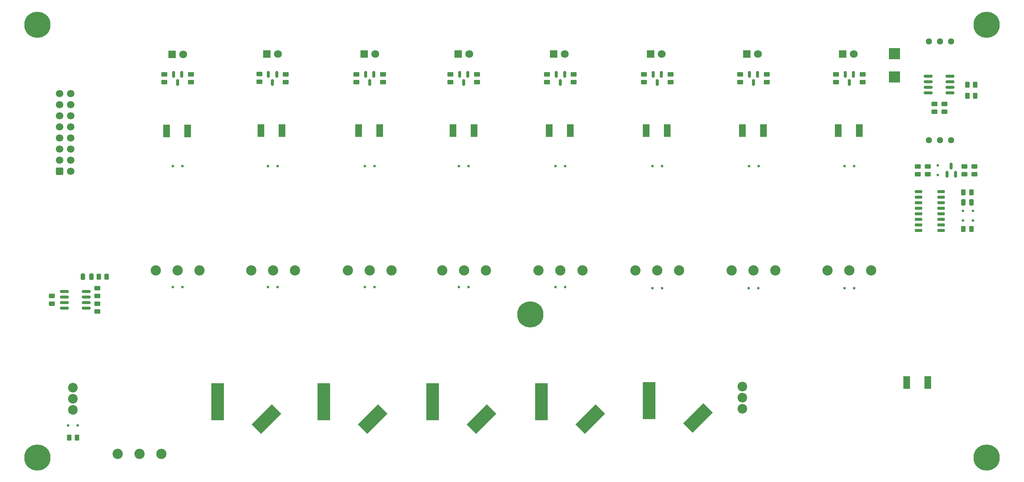
<source format=gbr>
%TF.GenerationSoftware,KiCad,Pcbnew,(6.0.0-0)*%
%TF.CreationDate,2022-11-09T21:30:41-05:00*%
%TF.ProjectId,SEQUENCER,53455155-454e-4434-9552-2e6b69636164,rev?*%
%TF.SameCoordinates,Original*%
%TF.FileFunction,Soldermask,Bot*%
%TF.FilePolarity,Negative*%
%FSLAX46Y46*%
G04 Gerber Fmt 4.6, Leading zero omitted, Abs format (unit mm)*
G04 Created by KiCad (PCBNEW (6.0.0-0)) date 2022-11-09 21:30:41*
%MOMM*%
%LPD*%
G01*
G04 APERTURE LIST*
G04 Aperture macros list*
%AMRoundRect*
0 Rectangle with rounded corners*
0 $1 Rounding radius*
0 $2 $3 $4 $5 $6 $7 $8 $9 X,Y pos of 4 corners*
0 Add a 4 corners polygon primitive as box body*
4,1,4,$2,$3,$4,$5,$6,$7,$8,$9,$2,$3,0*
0 Add four circle primitives for the rounded corners*
1,1,$1+$1,$2,$3*
1,1,$1+$1,$4,$5*
1,1,$1+$1,$6,$7*
1,1,$1+$1,$8,$9*
0 Add four rect primitives between the rounded corners*
20,1,$1+$1,$2,$3,$4,$5,0*
20,1,$1+$1,$4,$5,$6,$7,0*
20,1,$1+$1,$6,$7,$8,$9,0*
20,1,$1+$1,$8,$9,$2,$3,0*%
%AMRotRect*
0 Rectangle, with rotation*
0 The origin of the aperture is its center*
0 $1 length*
0 $2 width*
0 $3 Rotation angle, in degrees counterclockwise*
0 Add horizontal line*
21,1,$1,$2,0,0,$3*%
G04 Aperture macros list end*
%ADD10C,0.800000*%
%ADD11C,6.000000*%
%ADD12R,1.500000X3.000000*%
%ADD13R,1.800000X1.800000*%
%ADD14C,1.800000*%
%ADD15R,3.000000X8.500000*%
%ADD16RotRect,3.000000X6.500000X315.000000*%
%ADD17C,2.340000*%
%ADD18C,2.200000*%
%ADD19RoundRect,0.150000X-0.150000X0.587500X-0.150000X-0.587500X0.150000X-0.587500X0.150000X0.587500X0*%
%ADD20RoundRect,0.250000X-0.250000X-0.475000X0.250000X-0.475000X0.250000X0.475000X-0.250000X0.475000X0*%
%ADD21RoundRect,0.250000X0.450000X-0.262500X0.450000X0.262500X-0.450000X0.262500X-0.450000X-0.262500X0*%
%ADD22RoundRect,0.250000X-0.450000X0.262500X-0.450000X-0.262500X0.450000X-0.262500X0.450000X0.262500X0*%
%ADD23RoundRect,0.250000X-0.262500X-0.450000X0.262500X-0.450000X0.262500X0.450000X-0.262500X0.450000X0*%
%ADD24RoundRect,0.150000X0.725000X0.150000X-0.725000X0.150000X-0.725000X-0.150000X0.725000X-0.150000X0*%
%ADD25R,0.500000X0.500000*%
%ADD26R,2.500000X2.500000*%
%ADD27RoundRect,0.150000X0.825000X0.150000X-0.825000X0.150000X-0.825000X-0.150000X0.825000X-0.150000X0*%
%ADD28RoundRect,0.250000X0.262500X0.450000X-0.262500X0.450000X-0.262500X-0.450000X0.262500X-0.450000X0*%
%ADD29RoundRect,0.150000X0.150000X-0.587500X0.150000X0.587500X-0.150000X0.587500X-0.150000X-0.587500X0*%
%ADD30RoundRect,0.250000X-0.600000X-0.600000X0.600000X-0.600000X0.600000X0.600000X-0.600000X0.600000X0*%
%ADD31C,1.700000*%
%ADD32C,1.440000*%
G04 APERTURE END LIST*
D10*
%TO.C,REF\u002A\u002A*%
X215610000Y-136398000D03*
X214950990Y-134807010D03*
X213360000Y-134148000D03*
X214950990Y-137988990D03*
X213360000Y-138648000D03*
X211110000Y-136398000D03*
D11*
X213360000Y-136398000D03*
D10*
X211769010Y-134807010D03*
X211769010Y-137988990D03*
%TD*%
%TO.C,REF\u002A\u002A*%
X102834000Y-169164000D03*
X102174990Y-167573010D03*
X100584000Y-166914000D03*
X102174990Y-170754990D03*
X100584000Y-171414000D03*
X98334000Y-169164000D03*
D11*
X100584000Y-169164000D03*
D10*
X98993010Y-167573010D03*
X98993010Y-170754990D03*
%TD*%
%TO.C,REF\u002A\u002A*%
X102834000Y-70104000D03*
X102174990Y-68513010D03*
X100584000Y-67854000D03*
X102174990Y-71694990D03*
X100584000Y-72354000D03*
X98334000Y-70104000D03*
D11*
X100584000Y-70104000D03*
D10*
X98993010Y-68513010D03*
X98993010Y-71694990D03*
%TD*%
%TO.C,REF\u002A\u002A*%
X320004000Y-70104000D03*
X319344990Y-68513010D03*
X317754000Y-67854000D03*
X319344990Y-71694990D03*
X317754000Y-72354000D03*
X315504000Y-70104000D03*
D11*
X317754000Y-70104000D03*
D10*
X316163010Y-68513010D03*
X316163010Y-71694990D03*
%TD*%
D11*
%TO.C,REF\u002A\u002A*%
X317754000Y-169164000D03*
D10*
X320004000Y-169164000D03*
X319344990Y-170754990D03*
X317754000Y-171414000D03*
X316163010Y-170754990D03*
X315504000Y-169164000D03*
X316163010Y-167573010D03*
X317754000Y-166914000D03*
X319344990Y-167573010D03*
%TD*%
D12*
%TO.C,SW11*%
X304292000Y-152052500D03*
X299466000Y-152052500D03*
%TD*%
%TO.C,SW7*%
X239830000Y-94327500D03*
X244656000Y-94327500D03*
%TD*%
D13*
%TO.C,D8*%
X218701000Y-76801500D03*
D14*
X221241000Y-76801500D03*
%TD*%
D13*
%TO.C,D4*%
X131350000Y-76905000D03*
D14*
X133890000Y-76905000D03*
%TD*%
D15*
%TO.C,J1*%
X141785666Y-156435000D03*
D16*
X152995666Y-160417000D03*
%TD*%
D15*
%TO.C,J2*%
X190971000Y-156435000D03*
D16*
X202181000Y-160417000D03*
%TD*%
D17*
%TO.C,RV1*%
X128952000Y-168396000D03*
X123952000Y-168396000D03*
X118952000Y-168396000D03*
%TD*%
D12*
%TO.C,SW3*%
X151692000Y-94327500D03*
X156518000Y-94327500D03*
%TD*%
%TO.C,SW4*%
X174032000Y-94327500D03*
X178858000Y-94327500D03*
%TD*%
D13*
%TO.C,D10*%
X262860000Y-76801500D03*
D14*
X265400000Y-76801500D03*
%TD*%
D17*
%TO.C,RV9*%
X291300000Y-126331500D03*
X286300000Y-126331500D03*
X281300000Y-126331500D03*
%TD*%
%TO.C,RV7*%
X247358000Y-126331500D03*
X242358000Y-126331500D03*
X237358000Y-126331500D03*
%TD*%
D15*
%TO.C,J6*%
X240500994Y-156181000D03*
D16*
X251710994Y-160163000D03*
%TD*%
D17*
%TO.C,RV6*%
X225230000Y-126331500D03*
X220230000Y-126331500D03*
X215230000Y-126331500D03*
%TD*%
D12*
%TO.C,SW2*%
X130090000Y-94421000D03*
X134916000Y-94421000D03*
%TD*%
D17*
%TO.C,RV8*%
X269384000Y-126331500D03*
X264384000Y-126331500D03*
X259384000Y-126331500D03*
%TD*%
D13*
%TO.C,D5*%
X153090143Y-76801500D03*
D14*
X155630143Y-76801500D03*
%TD*%
D17*
%TO.C,RV2*%
X137630000Y-126325500D03*
X132630000Y-126325500D03*
X127630000Y-126325500D03*
%TD*%
D13*
%TO.C,D7*%
X196802429Y-76801500D03*
D14*
X199342429Y-76801500D03*
%TD*%
D12*
%TO.C,SW8*%
X261844000Y-94327500D03*
X266670000Y-94327500D03*
%TD*%
D17*
%TO.C,RV4*%
X181572000Y-126331500D03*
X176572000Y-126331500D03*
X171572000Y-126331500D03*
%TD*%
D12*
%TO.C,SW5*%
X195622000Y-94327500D03*
X200448000Y-94327500D03*
%TD*%
D17*
%TO.C,RV3*%
X159486000Y-126331500D03*
X154486000Y-126331500D03*
X149486000Y-126331500D03*
%TD*%
D12*
%TO.C,SW9*%
X283772000Y-94327500D03*
X288598000Y-94327500D03*
%TD*%
D13*
%TO.C,D11*%
X284788000Y-76801500D03*
D14*
X287328000Y-76801500D03*
%TD*%
D15*
%TO.C,J3*%
X166079000Y-156435000D03*
D16*
X177289000Y-160417000D03*
%TD*%
D12*
%TO.C,SW6*%
X217690000Y-94327500D03*
X222516000Y-94327500D03*
%TD*%
D17*
%TO.C,RV5*%
X203162000Y-126331500D03*
X198162000Y-126331500D03*
X193162000Y-126331500D03*
%TD*%
D15*
%TO.C,J5*%
X215863000Y-156435000D03*
D16*
X227073000Y-160417000D03*
%TD*%
D13*
%TO.C,D9*%
X240846000Y-76801500D03*
D14*
X243386000Y-76801500D03*
%TD*%
D18*
%TO.C,SW1*%
X108712000Y-158242000D03*
X108712000Y-155702000D03*
X108712000Y-153162000D03*
%TD*%
D13*
%TO.C,D6*%
X175297000Y-76801500D03*
D14*
X177837000Y-76801500D03*
%TD*%
D18*
%TO.C,SW10*%
X261874000Y-152908000D03*
X261874000Y-155448000D03*
X261874000Y-157988000D03*
%TD*%
D19*
%TO.C,Q8*%
X285362000Y-81452000D03*
X287262000Y-81452000D03*
X286312000Y-83327000D03*
%TD*%
D20*
%TO.C,C2*%
X312382500Y-110772256D03*
X314282500Y-110772256D03*
%TD*%
D21*
%TO.C,R25*%
X312687499Y-104357013D03*
X312687499Y-102532013D03*
%TD*%
D19*
%TO.C,Q7*%
X263434000Y-81452000D03*
X265334000Y-81452000D03*
X264384000Y-83327000D03*
%TD*%
D22*
%TO.C,R1*%
X114300000Y-133961500D03*
X114300000Y-135786500D03*
%TD*%
D23*
%TO.C,R30*%
X313285500Y-86360000D03*
X315110500Y-86360000D03*
%TD*%
D24*
%TO.C,U2*%
X307336743Y-108359256D03*
X307336743Y-109629256D03*
X307336743Y-110899256D03*
X307336743Y-112169256D03*
X307336743Y-113439256D03*
X307336743Y-114709256D03*
X307336743Y-115979256D03*
X307336743Y-117249256D03*
X302186743Y-117249256D03*
X302186743Y-115979256D03*
X302186743Y-114709256D03*
X302186743Y-113439256D03*
X302186743Y-112169256D03*
X302186743Y-110899256D03*
X302186743Y-109629256D03*
X302186743Y-108359256D03*
%TD*%
D22*
%TO.C,R26*%
X304305499Y-102532013D03*
X304305499Y-104357013D03*
%TD*%
D25*
%TO.C,D20*%
X287390501Y-102455500D03*
X285190501Y-102455500D03*
%TD*%
%TO.C,D27*%
X265472000Y-130395500D03*
X263272000Y-130395500D03*
%TD*%
D23*
%TO.C,R6*%
X312420000Y-108486256D03*
X314245000Y-108486256D03*
%TD*%
D25*
%TO.C,D22*%
X155465143Y-130141500D03*
X153265143Y-130141500D03*
%TD*%
%TO.C,D1*%
X109812000Y-161798000D03*
X107612000Y-161798000D03*
%TD*%
%TO.C,D19*%
X265556000Y-102455500D03*
X263356000Y-102455500D03*
%TD*%
D19*
%TO.C,Q4*%
X197127429Y-81452000D03*
X199027429Y-81452000D03*
X198077429Y-83327000D03*
%TD*%
D22*
%TO.C,R22*%
X261336000Y-81477000D03*
X261336000Y-83302000D03*
%TD*%
D26*
%TO.C,TP1*%
X296672000Y-76708000D03*
%TD*%
D22*
%TO.C,R33*%
X308102000Y-88241500D03*
X308102000Y-90066500D03*
%TD*%
%TO.C,R23*%
X283264000Y-81477000D03*
X283264000Y-83302000D03*
%TD*%
D25*
%TO.C,D28*%
X287400000Y-130395500D03*
X285200000Y-130395500D03*
%TD*%
%TO.C,D13*%
X133718000Y-102455500D03*
X131518000Y-102455500D03*
%TD*%
%TO.C,D14*%
X155465143Y-102455500D03*
X153265143Y-102455500D03*
%TD*%
D19*
%TO.C,Q6*%
X241420000Y-81452000D03*
X243320000Y-81452000D03*
X242370000Y-83327000D03*
%TD*%
D25*
%TO.C,D21*%
X133718000Y-130141500D03*
X131518000Y-130141500D03*
%TD*%
D21*
%TO.C,R8*%
X135678000Y-83302000D03*
X135678000Y-81477000D03*
%TD*%
%TO.C,R15*%
X289360000Y-83302000D03*
X289360000Y-81477000D03*
%TD*%
D25*
%TO.C,D15*%
X177696286Y-102455500D03*
X175496286Y-102455500D03*
%TD*%
D22*
%TO.C,R17*%
X151384000Y-81383500D03*
X151384000Y-83208500D03*
%TD*%
D27*
%TO.C,U4*%
X309307000Y-81915000D03*
X309307000Y-83185000D03*
X309307000Y-84455000D03*
X309307000Y-85725000D03*
X304357000Y-85725000D03*
X304357000Y-84455000D03*
X304357000Y-83185000D03*
X304357000Y-81915000D03*
%TD*%
D21*
%TO.C,R13*%
X245418000Y-83302000D03*
X245418000Y-81477000D03*
%TD*%
D28*
%TO.C,R2*%
X116416500Y-127762000D03*
X114591500Y-127762000D03*
%TD*%
D25*
%TO.C,D16*%
X199177429Y-102455500D03*
X196977429Y-102455500D03*
%TD*%
D29*
%TO.C,Q9*%
X310589499Y-104382013D03*
X308689499Y-104382013D03*
X309639499Y-102507013D03*
%TD*%
D25*
%TO.C,D23*%
X177660000Y-130141500D03*
X175460000Y-130141500D03*
%TD*%
D21*
%TO.C,R10*%
X179620000Y-83302000D03*
X179620000Y-81477000D03*
%TD*%
D28*
%TO.C,R4*%
X109624500Y-164592000D03*
X107799500Y-164592000D03*
%TD*%
D22*
%TO.C,R16*%
X129577000Y-81477000D03*
X129577000Y-83302000D03*
%TD*%
D21*
%TO.C,R24*%
X314973499Y-104357013D03*
X314973499Y-102532013D03*
%TD*%
D22*
%TO.C,R20*%
X217182000Y-81477000D03*
X217182000Y-83302000D03*
%TD*%
D19*
%TO.C,Q5*%
X219280000Y-81452000D03*
X221180000Y-81452000D03*
X220230000Y-83327000D03*
%TD*%
%TO.C,Q1*%
X131680000Y-81452000D03*
X133580000Y-81452000D03*
X132630000Y-83327000D03*
%TD*%
D25*
%TO.C,D2*%
X312316500Y-114920256D03*
X312316500Y-112720256D03*
%TD*%
%TO.C,D18*%
X243458000Y-102455500D03*
X241258000Y-102455500D03*
%TD*%
D22*
%TO.C,R3*%
X114300000Y-130405500D03*
X114300000Y-132230500D03*
%TD*%
D21*
%TO.C,R14*%
X267432000Y-83302000D03*
X267432000Y-81477000D03*
%TD*%
D30*
%TO.C,J4*%
X105664000Y-103632000D03*
D31*
X108204000Y-103632000D03*
X105664000Y-101092000D03*
X108204000Y-101092000D03*
X105664000Y-98552000D03*
X108204000Y-98552000D03*
X105664000Y-96012000D03*
X108204000Y-96012000D03*
X105664000Y-93472000D03*
X108204000Y-93472000D03*
X105664000Y-90932000D03*
X108204000Y-90932000D03*
X105664000Y-88392000D03*
X108204000Y-88392000D03*
X105664000Y-85852000D03*
X108204000Y-85852000D03*
%TD*%
D21*
%TO.C,R11*%
X201125429Y-83302000D03*
X201125429Y-81477000D03*
%TD*%
D25*
%TO.C,D25*%
X221318000Y-130141500D03*
X219118000Y-130141500D03*
%TD*%
%TO.C,D17*%
X221318000Y-102455500D03*
X219118000Y-102455500D03*
%TD*%
D20*
%TO.C,C1*%
X110998000Y-127762000D03*
X112898000Y-127762000D03*
%TD*%
D22*
%TO.C,R18*%
X173524000Y-81477000D03*
X173524000Y-83302000D03*
%TD*%
D27*
%TO.C,U1*%
X111690000Y-131191000D03*
X111690000Y-132461000D03*
X111690000Y-133731000D03*
X111690000Y-135001000D03*
X106740000Y-135001000D03*
X106740000Y-133731000D03*
X106740000Y-132461000D03*
X106740000Y-131191000D03*
%TD*%
D28*
%TO.C,R29*%
X315110500Y-83820000D03*
X313285500Y-83820000D03*
%TD*%
D21*
%TO.C,R5*%
X103881000Y-134008500D03*
X103881000Y-132183500D03*
%TD*%
%TO.C,R28*%
X305816000Y-90066500D03*
X305816000Y-88241500D03*
%TD*%
D32*
%TO.C,RV10*%
X309626000Y-73914000D03*
X307086000Y-73914000D03*
X304546000Y-73914000D03*
%TD*%
D22*
%TO.C,R19*%
X195029429Y-81477000D03*
X195029429Y-83302000D03*
%TD*%
D21*
%TO.C,R9*%
X157408143Y-83302000D03*
X157408143Y-81477000D03*
%TD*%
D26*
%TO.C,TP2*%
X296672000Y-82042000D03*
%TD*%
D32*
%TO.C,RV11*%
X309636000Y-96520000D03*
X307096000Y-96520000D03*
X304556000Y-96520000D03*
%TD*%
D25*
%TO.C,D3*%
X314602500Y-114920256D03*
X314602500Y-112720256D03*
%TD*%
%TO.C,D12*%
X306591499Y-104544513D03*
X306591499Y-102344513D03*
%TD*%
D19*
%TO.C,Q2*%
X153410143Y-81452000D03*
X155310143Y-81452000D03*
X154360143Y-83327000D03*
%TD*%
D21*
%TO.C,R12*%
X223278000Y-83302000D03*
X223278000Y-81477000D03*
%TD*%
D22*
%TO.C,R21*%
X239322000Y-81477000D03*
X239322000Y-83302000D03*
%TD*%
D21*
%TO.C,R27*%
X302019499Y-104357013D03*
X302019499Y-102532013D03*
%TD*%
D25*
%TO.C,D24*%
X199177429Y-130141500D03*
X196977429Y-130141500D03*
%TD*%
D19*
%TO.C,Q3*%
X175622000Y-81452000D03*
X177522000Y-81452000D03*
X176572000Y-83327000D03*
%TD*%
D25*
%TO.C,D26*%
X243458000Y-130395500D03*
X241258000Y-130395500D03*
%TD*%
D23*
%TO.C,R7*%
X312420000Y-116868256D03*
X314245000Y-116868256D03*
%TD*%
M02*

</source>
